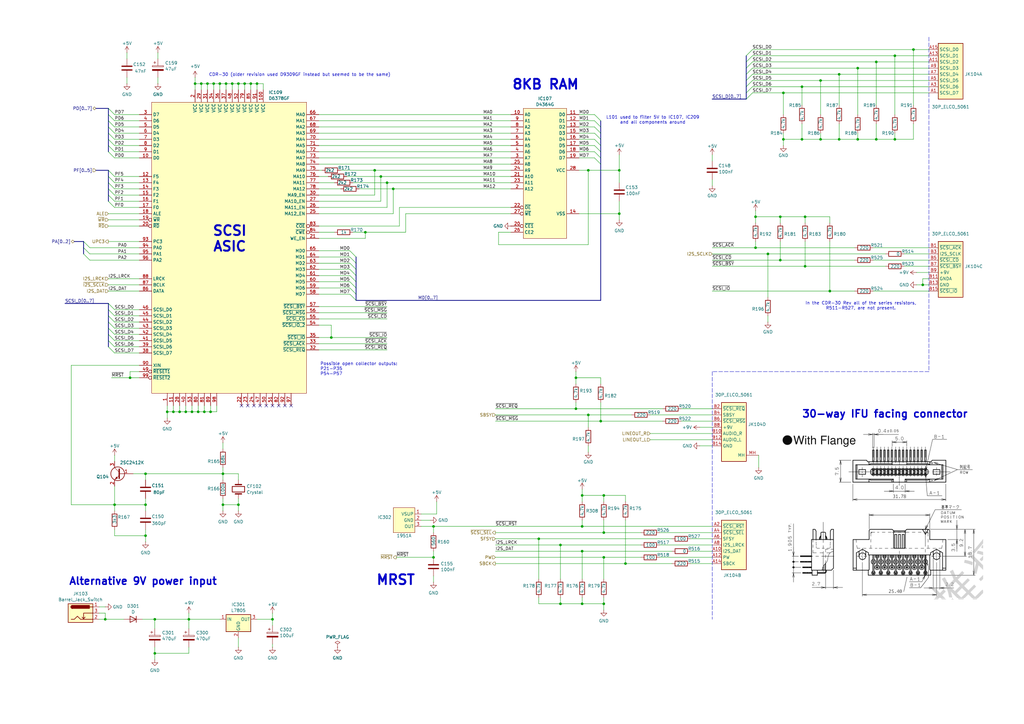
<source format=kicad_sch>
(kicad_sch (version 20231120) (generator "eeschema") (generator_version "8.0")
  (paper "A3")
  (title_block (title "PC-Engine CDR-30A (CD-ROM2) MAIN PWR Reproduction") (date "2025-02-26") (rev "0.1") (company "Author: Regis Galland"))
  (junction (at 314.96 104.14))
  (junction (at 321.31 57.15))
  (junction (at 330.2 88.9))
  (junction (at 161.29 77.47))
  (junction (at 80.01 34.29))
  (junction (at 320.04 106.68))
  (junction (at 59.69 219.71))
  (junction (at 105.41 34.29))
  (junction (at 378.46 116.84))
  (junction (at 246.38 172.72))
  (junction (at 330.2 109.22))
  (junction (at 247.65 228.6))
  (junction (at 68.58 168.91))
  (junction (at 91.44 194.31))
  (junction (at 83.82 168.91))
  (junction (at 340.36 119.38))
  (junction (at 238.76 203.2))
  (junction (at 254 69.85))
  (junction (at 43.18 254))
  (junction (at 97.79 34.29))
  (junction (at 367.03 57.15))
  (junction (at 177.8 228.6))
  (junction (at 309.88 101.6))
  (junction (at 351.79 57.15))
  (junction (at 156.21 72.39))
  (junction (at 247.65 203.2))
  (junction (at 63.5 254))
  (junction (at 321.31 38.1))
  (junction (at 90.17 34.29))
  (junction (at 247.65 247.65))
  (junction (at 254 87.63))
  (junction (at 374.65 20.32))
  (junction (at 77.47 254))
  (junction (at 238.76 226.06))
  (junction (at 91.44 207.01))
  (junction (at 86.36 168.91))
  (junction (at 238.76 247.65))
  (junction (at 95.25 34.29))
  (junction (at 87.63 34.29))
  (junction (at 320.04 88.9))
  (junction (at 220.98 220.98))
  (junction (at 73.66 168.91))
  (junction (at 359.41 57.15))
  (junction (at 158.75 74.93))
  (junction (at 229.87 223.52))
  (junction (at 82.55 34.29))
  (junction (at 153.67 69.85))
  (junction (at 351.79 27.94))
  (junction (at 135.89 138.43))
  (junction (at 309.88 88.9))
  (junction (at 336.55 33.02))
  (junction (at 238.76 215.9))
  (junction (at 236.22 167.64))
  (junction (at 328.93 35.56))
  (junction (at 78.74 168.91))
  (junction (at 59.69 207.01))
  (junction (at 367.03 22.86))
  (junction (at 236.22 154.94))
  (junction (at 336.55 57.15))
  (junction (at 76.2 168.91))
  (junction (at 344.17 57.15))
  (junction (at 247.65 218.44))
  (junction (at 71.12 168.91))
  (junction (at 241.3 69.85))
  (junction (at 241.3 170.18))
  (junction (at 100.33 34.29))
  (junction (at 63.5 267.97))
  (junction (at 328.93 57.15))
  (junction (at 59.69 194.31))
  (junction (at 46.99 207.01))
  (junction (at 359.41 25.4))
  (junction (at 81.28 168.91))
  (junction (at 92.71 34.29))
  (junction (at 97.79 207.01))
  (junction (at 53.34 154.94))
  (junction (at 344.17 30.48))
  (junction (at 111.76 254))
  (junction (at 102.87 34.29))
  (junction (at 85.09 34.29))
  (junction (at 177.8 215.9))
  (junction (at 149.86 95.25))
  (junction (at 229.87 247.65))
  (junction (at 256.54 231.14))
  (no_connect (at 109.22 166.37))
  (no_connect (at 104.14 166.37))
  (no_connect (at 116.84 166.37))
  (no_connect (at 106.68 166.37))
  (no_connect (at 101.6 166.37))
  (no_connect (at 119.38 166.37))
  (no_connect (at 99.06 166.37))
  (no_connect (at 114.3 166.37))
  (no_connect (at 111.76 166.37))
  (bus_entry (at 44.45 57.15) (size 2.54 2.54))
  (bus_entry (at 306.07 22.86) (size 2.54 -2.54))
  (bus_entry (at 44.45 59.69) (size 2.54 2.54))
  (bus_entry (at 34.29 104.14) (size 2.54 2.54))
  (bus_entry (at 46.99 74.93) (size -2.54 -2.54))
  (bus_entry (at 243.84 46.99) (size 2.54 2.54))
  (bus_entry (at 44.45 139.7) (size 2.54 2.54))
  (bus_entry (at 243.84 49.53) (size 2.54 2.54))
  (bus_entry (at 46.99 85.09) (size -2.54 -2.54))
  (bus_entry (at 44.45 44.45) (size 2.54 2.54))
  (bus_entry (at 306.07 25.4) (size 2.54 -2.54))
  (bus_entry (at 143.51 118.11) (size 2.54 2.54))
  (bus_entry (at 143.51 102.87) (size 2.54 2.54))
  (bus_entry (at 306.07 33.02) (size 2.54 -2.54))
  (bus_entry (at 243.84 54.61) (size 2.54 2.54))
  (bus_entry (at 34.29 101.6) (size 2.54 2.54))
  (bus_entry (at 46.99 77.47) (size -2.54 -2.54))
  (bus_entry (at 44.45 52.07) (size 2.54 2.54))
  (bus_entry (at 46.99 80.01) (size -2.54 -2.54))
  (bus_entry (at 306.07 35.56) (size 2.54 -2.54))
  (bus_entry (at 44.45 124.46) (size 2.54 2.54))
  (bus_entry (at 44.45 62.23) (size 2.54 2.54))
  (bus_entry (at 243.84 52.07) (size 2.54 2.54))
  (bus_entry (at 44.45 46.99) (size 2.54 2.54))
  (bus_entry (at 143.51 113.03) (size 2.54 2.54))
  (bus_entry (at 143.51 110.49) (size 2.54 2.54))
  (bus_entry (at 44.45 134.62) (size 2.54 2.54))
  (bus_entry (at 44.45 132.08) (size 2.54 2.54))
  (bus_entry (at 46.99 82.55) (size -2.54 -2.54))
  (bus_entry (at 243.84 57.15) (size 2.54 2.54))
  (bus_entry (at 143.51 120.65) (size 2.54 2.54))
  (bus_entry (at 306.07 30.48) (size 2.54 -2.54))
  (bus_entry (at 143.51 105.41) (size 2.54 2.54))
  (bus_entry (at 143.51 115.57) (size 2.54 2.54))
  (bus_entry (at 44.45 49.53) (size 2.54 2.54))
  (bus_entry (at 44.45 129.54) (size 2.54 2.54))
  (bus_entry (at 243.84 59.69) (size 2.54 2.54))
  (bus_entry (at 306.07 40.64) (size 2.54 -2.54))
  (bus_entry (at 306.07 38.1) (size 2.54 -2.54))
  (bus_entry (at 44.45 137.16) (size 2.54 2.54))
  (bus_entry (at 44.45 127) (size 2.54 2.54))
  (bus_entry (at 46.99 72.39) (size -2.54 -2.54))
  (bus_entry (at 34.29 99.06) (size 2.54 2.54))
  (bus_entry (at 44.45 54.61) (size 2.54 2.54))
  (bus_entry (at 243.84 62.23) (size 2.54 2.54))
  (bus_entry (at 143.51 107.95) (size 2.54 2.54))
  (bus_entry (at 243.84 64.77) (size 2.54 2.54))
  (bus_entry (at 306.07 27.94) (size 2.54 -2.54))
  (bus_entry (at 44.45 142.24) (size 2.54 2.54))
  (wire (pts (xy 238.76 203.2) (xy 247.65 203.2)))
  (wire (pts (xy 328.93 35.56) (xy 328.93 43.18)))
  (wire (pts (xy 179.07 205.74) (xy 179.07 210.82)))
  (wire (pts (xy 243.84 52.07) (xy 237.49 52.07)))
  (wire (pts (xy 68.58 168.91) (xy 71.12 168.91)))
  (wire (pts (xy 241.3 170.18) (xy 259.08 170.18)))
  (wire (pts (xy 236.22 154.94) (xy 236.22 152.4)))
  (wire (pts (xy 68.58 171.45) (xy 68.58 168.91)))
  (wire (pts (xy 97.79 204.47) (xy 97.79 207.01)))
  (wire (pts (xy 156.21 72.39) (xy 209.55 72.39)))
  (wire (pts (xy 97.79 209.55) (xy 97.79 207.01)))
  (wire (pts (xy 163.83 85.09) (xy 209.55 85.09)))
  (wire (pts (xy 367.03 57.15) (xy 359.41 57.15)))
  (wire (pts (xy 88.9 168.91) (xy 86.36 168.91)))
  (wire (pts (xy 85.09 36.83) (xy 85.09 34.29)))
  (bus (pts (xy 44.45 74.93) (xy 44.45 77.47)))
  (wire (pts (xy 57.15 152.4) (xy 53.34 152.4)))
  (wire (pts (xy 83.82 166.37) (xy 83.82 168.91)))
  (wire (pts (xy 203.2 223.52) (xy 229.87 223.52)))
  (wire (pts (xy 130.81 69.85) (xy 132.08 69.85)))
  (wire (pts (xy 381 33.02) (xy 336.55 33.02)))
  (wire (pts (xy 52.07 31.75) (xy 52.07 34.29)))
  (wire (pts (xy 90.17 254) (xy 77.47 254)))
  (wire (pts (xy 46.99 52.07) (xy 57.15 52.07)))
  (bus (pts (xy 44.45 57.15) (xy 44.45 59.69)))
  (wire (pts (xy 87.63 36.83) (xy 87.63 34.29)))
  (wire (pts (xy 29.21 207.01) (xy 29.21 149.86)))
  (wire (pts (xy 243.84 46.99) (xy 237.49 46.99)))
  (wire (pts (xy 95.25 36.83) (xy 95.25 34.29)))
  (wire (pts (xy 85.09 34.29) (xy 82.55 34.29)))
  (wire (pts (xy 203.2 226.06) (xy 238.76 226.06)))
  (wire (pts (xy 292.1 76.2) (xy 292.1 73.66)))
  (wire (pts (xy 92.71 36.83) (xy 92.71 34.29)))
  (wire (pts (xy 320.04 88.9) (xy 320.04 91.44)))
  (wire (pts (xy 130.81 87.63) (xy 161.29 87.63)))
  (wire (pts (xy 59.69 219.71) (xy 59.69 222.25)))
  (wire (pts (xy 374.65 50.8) (xy 374.65 57.15)))
  (wire (pts (xy 77.47 254) (xy 77.47 251.46)))
  (wire (pts (xy 254 69.85) (xy 241.3 69.85)))
  (wire (pts (xy 40.64 251.46) (xy 43.18 251.46)))
  (wire (pts (xy 46.99 82.55) (xy 57.15 82.55)))
  (bus (pts (xy 34.29 101.6) (xy 34.29 99.06)))
  (wire (pts (xy 262.89 223.52) (xy 229.87 223.52)))
  (wire (pts (xy 130.81 113.03) (xy 143.51 113.03)))
  (wire (pts (xy 130.81 110.49) (xy 143.51 110.49)))
  (wire (pts (xy 130.81 72.39) (xy 134.62 72.39)))
  (wire (pts (xy 247.65 203.2) (xy 256.54 203.2)))
  (wire (pts (xy 46.99 57.15) (xy 57.15 57.15)))
  (wire (pts (xy 292.1 101.6) (xy 309.88 101.6)))
  (wire (pts (xy 203.2 172.72) (xy 246.38 172.72)))
  (wire (pts (xy 254 90.17) (xy 254 87.63)))
  (wire (pts (xy 247.65 247.65) (xy 247.65 250.19)))
  (wire (pts (xy 130.81 64.77) (xy 209.55 64.77)))
  (wire (pts (xy 130.81 118.11) (xy 143.51 118.11)))
  (wire (pts (xy 130.81 57.15) (xy 209.55 57.15)))
  (wire (pts (xy 107.95 34.29) (xy 105.41 34.29)))
  (bus (pts (xy 44.45 137.16) (xy 44.45 139.7)))
  (wire (pts (xy 130.81 67.31) (xy 209.55 67.31)))
  (wire (pts (xy 321.31 38.1) (xy 321.31 46.99)))
  (wire (pts (xy 77.47 254) (xy 77.47 257.81)))
  (bus (pts (xy 246.38 54.61) (xy 246.38 57.15)))
  (wire (pts (xy 344.17 30.48) (xy 344.17 43.18)))
  (bus (pts (xy 44.45 127) (xy 44.45 129.54)))
  (wire (pts (xy 374.65 20.32) (xy 374.65 43.18)))
  (wire (pts (xy 88.9 166.37) (xy 88.9 168.91)))
  (wire (pts (xy 243.84 62.23) (xy 237.49 62.23)))
  (bus (pts (xy 146.05 110.49) (xy 146.05 113.03)))
  (wire (pts (xy 358.14 119.38) (xy 381 119.38)))
  (wire (pts (xy 158.75 74.93) (xy 209.55 74.93)))
  (wire (pts (xy 314.96 104.14) (xy 314.96 121.92)))
  (wire (pts (xy 247.65 237.49) (xy 247.65 228.6)))
  (wire (pts (xy 367.03 54.61) (xy 367.03 57.15)))
  (wire (pts (xy 243.84 64.77) (xy 237.49 64.77)))
  (bus (pts (xy 44.45 49.53) (xy 44.45 52.07)))
  (wire (pts (xy 46.99 144.78) (xy 57.15 144.78)))
  (wire (pts (xy 378.46 114.3) (xy 378.46 116.84)))
  (wire (pts (xy 246.38 165.1) (xy 246.38 172.72)))
  (wire (pts (xy 45.72 154.94) (xy 53.34 154.94)))
  (wire (pts (xy 63.5 254) (xy 77.47 254)))
  (wire (pts (xy 82.55 36.83) (xy 82.55 34.29)))
  (wire (pts (xy 100.33 34.29) (xy 102.87 34.29)))
  (wire (pts (xy 367.03 22.86) (xy 308.61 22.86)))
  (bus (pts (xy 44.45 80.01) (xy 44.45 77.47)))
  (wire (pts (xy 309.88 88.9) (xy 320.04 88.9)))
  (wire (pts (xy 266.7 170.18) (xy 292.1 170.18)))
  (wire (pts (xy 161.29 87.63) (xy 161.29 77.47)))
  (wire (pts (xy 130.81 62.23) (xy 209.55 62.23)))
  (wire (pts (xy 203.2 220.98) (xy 220.98 220.98)))
  (wire (pts (xy 97.79 34.29) (xy 95.25 34.29)))
  (wire (pts (xy 105.41 254) (xy 111.76 254)))
  (wire (pts (xy 266.7 180.34) (xy 292.1 180.34)))
  (wire (pts (xy 130.81 143.51) (xy 158.75 143.51)))
  (wire (pts (xy 130.81 105.41) (xy 143.51 105.41)))
  (wire (pts (xy 172.72 210.82) (xy 179.07 210.82)))
  (bus (pts (xy 146.05 115.57) (xy 146.05 118.11)))
  (wire (pts (xy 351.79 57.15) (xy 344.17 57.15)))
  (wire (pts (xy 336.55 57.15) (xy 328.93 57.15)))
  (wire (pts (xy 100.33 36.83) (xy 100.33 34.29)))
  (wire (pts (xy 308.61 27.94) (xy 351.79 27.94)))
  (wire (pts (xy 63.5 257.81) (xy 63.5 254)))
  (bus (pts (xy 246.38 57.15) (xy 246.38 59.69)))
  (wire (pts (xy 44.45 87.63) (xy 57.15 87.63)))
  (wire (pts (xy 275.59 226.06) (xy 238.76 226.06)))
  (wire (pts (xy 46.99 219.71) (xy 59.69 219.71)))
  (wire (pts (xy 149.86 97.79) (xy 149.86 95.25)))
  (wire (pts (xy 375.92 111.76) (xy 381 111.76)))
  (bus (pts (xy 146.05 105.41) (xy 146.05 107.95)))
  (wire (pts (xy 86.36 166.37) (xy 86.36 168.91)))
  (wire (pts (xy 203.2 170.18) (xy 241.3 170.18)))
  (wire (pts (xy 59.69 204.47) (xy 59.69 207.01)))
  (wire (pts (xy 243.84 59.69) (xy 237.49 59.69)))
  (wire (pts (xy 359.41 25.4) (xy 359.41 43.18)))
  (wire (pts (xy 83.82 168.91) (xy 86.36 168.91)))
  (wire (pts (xy 105.41 36.83) (xy 105.41 34.29)))
  (wire (pts (xy 130.81 80.01) (xy 153.67 80.01)))
  (wire (pts (xy 46.99 49.53) (xy 57.15 49.53)))
  (wire (pts (xy 340.36 119.38) (xy 350.52 119.38)))
  (wire (pts (xy 177.8 226.06) (xy 177.8 228.6)))
  (bus (pts (xy 30.48 99.06) (xy 34.29 99.06)))
  (wire (pts (xy 256.54 213.36) (xy 256.54 231.14)))
  (wire (pts (xy 59.69 194.31) (xy 59.69 196.85)))
  (wire (pts (xy 87.63 34.29) (xy 85.09 34.29)))
  (bus (pts (xy 44.45 69.85) (xy 44.45 72.39)))
  (wire (pts (xy 236.22 154.94) (xy 246.38 154.94)))
  (wire (pts (xy 107.95 36.83) (xy 107.95 34.29)))
  (wire (pts (xy 381 30.48) (xy 344.17 30.48)))
  (wire (pts (xy 320.04 99.06) (xy 320.04 106.68)))
  (wire (pts (xy 161.29 77.47) (xy 209.55 77.47)))
  (wire (pts (xy 229.87 237.49) (xy 229.87 223.52)))
  (polyline (pts (xy 381 15.24) (xy 381 152.4)) (stroke (width 0) (type dash)))
  (wire (pts (xy 238.76 213.36) (xy 238.76 215.9)))
  (wire (pts (xy 308.61 35.56) (xy 328.93 35.56)))
  (wire (pts (xy 63.5 254) (xy 58.42 254)))
  (wire (pts (xy 359.41 57.15) (xy 351.79 57.15)))
  (bus (pts (xy 26.67 124.46) (xy 44.45 124.46)))
  (wire (pts (xy 44.45 114.3) (xy 57.15 114.3)))
  (wire (pts (xy 176.53 213.36) (xy 172.72 213.36)))
  (wire (pts (xy 166.37 87.63) (xy 209.55 87.63)))
  (wire (pts (xy 130.81 133.35) (xy 135.89 133.35)))
  (wire (pts (xy 246.38 172.72) (xy 271.78 172.72)))
  (bus (pts (xy 146.05 113.03) (xy 146.05 115.57)))
  (wire (pts (xy 330.2 88.9) (xy 330.2 91.44)))
  (wire (pts (xy 209.55 95.25) (xy 204.47 95.25)))
  (wire (pts (xy 130.81 115.57) (xy 143.51 115.57)))
  (bus (pts (xy 44.45 54.61) (xy 44.45 57.15)))
  (wire (pts (xy 80.01 34.29) (xy 80.01 36.83)))
  (wire (pts (xy 378.46 116.84) (xy 381 116.84)))
  (wire (pts (xy 241.3 100.33) (xy 241.3 69.85)))
  (wire (pts (xy 78.74 166.37) (xy 78.74 168.91)))
  (wire (pts (xy 262.89 228.6) (xy 247.65 228.6)))
  (wire (pts (xy 340.36 99.06) (xy 340.36 119.38)))
  (wire (pts (xy 142.24 72.39) (xy 156.21 72.39)))
  (wire (pts (xy 309.88 101.6) (xy 350.52 101.6)))
  (wire (pts (xy 95.25 34.29) (xy 92.71 34.29)))
  (wire (pts (xy 203.2 231.14) (xy 256.54 231.14)))
  (wire (pts (xy 287.02 175.26) (xy 292.1 175.26)))
  (wire (pts (xy 130.81 77.47) (xy 139.7 77.47)))
  (wire (pts (xy 36.83 106.68) (xy 57.15 106.68)))
  (wire (pts (xy 311.15 191.77) (xy 311.15 186.69)))
  (wire (pts (xy 320.04 106.68) (xy 350.52 106.68)))
  (wire (pts (xy 57.15 154.94) (xy 53.34 154.94)))
  (wire (pts (xy 336.55 33.02) (xy 336.55 46.99)))
  (wire (pts (xy 90.17 34.29) (xy 87.63 34.29)))
  (wire (pts (xy 254 69.85) (xy 254 63.5)))
  (bus (pts (xy 146.05 118.11) (xy 146.05 120.65)))
  (bus (pts (xy 44.45 44.45) (xy 44.45 46.99)))
  (wire (pts (xy 177.8 215.9) (xy 238.76 215.9)))
  (wire (pts (xy 92.71 34.29) (xy 90.17 34.29)))
  (bus (pts (xy 306.07 35.56) (xy 306.07 33.02)))
  (wire (pts (xy 139.7 69.85) (xy 153.67 69.85)))
  (wire (pts (xy 46.99 132.08) (xy 57.15 132.08)))
  (wire (pts (xy 292.1 220.98) (xy 283.21 220.98)))
  (wire (pts (xy 309.88 99.06) (xy 309.88 101.6)))
  (wire (pts (xy 256.54 231.14) (xy 275.59 231.14)))
  (wire (pts (xy 374.65 20.32) (xy 308.61 20.32)))
  (wire (pts (xy 63.5 265.43) (xy 63.5 267.97)))
  (wire (pts (xy 46.99 207.01) (xy 59.69 207.01)))
  (wire (pts (xy 378.46 114.3) (xy 381 114.3)))
  (wire (pts (xy 44.45 99.06) (xy 57.15 99.06)))
  (wire (pts (xy 370.84 104.14) (xy 381 104.14)))
  (wire (pts (xy 44.45 92.71) (xy 57.15 92.71)))
  (wire (pts (xy 130.81 74.93) (xy 137.16 74.93)))
  (wire (pts (xy 292.1 223.52) (xy 270.51 223.52)))
  (wire (pts (xy 46.99 85.09) (xy 57.15 85.09)))
  (bus (pts (xy 146.05 120.65) (xy 146.05 123.19)))
  (wire (pts (xy 130.81 97.79) (xy 149.86 97.79)))
  (wire (pts (xy 81.28 168.91) (xy 83.82 168.91)))
  (wire (pts (xy 46.99 64.77) (xy 57.15 64.77)))
  (bus (pts (xy 44.45 129.54) (xy 44.45 132.08)))
  (wire (pts (xy 130.81 95.25) (xy 137.16 95.25)))
  (wire (pts (xy 344.17 50.8) (xy 344.17 57.15)))
  (wire (pts (xy 162.56 228.6) (xy 177.8 228.6)))
  (wire (pts (xy 156.21 72.39) (xy 156.21 82.55)))
  (wire (pts (xy 351.79 54.61) (xy 351.79 57.15)))
  (bus (pts (xy 246.38 64.77) (xy 246.38 67.31)))
  (wire (pts (xy 330.2 99.06) (xy 330.2 109.22)))
  (wire (pts (xy 91.44 191.77) (xy 91.44 194.31)))
  (wire (pts (xy 97.79 265.43) (xy 97.79 261.62)))
  (wire (pts (xy 82.55 34.29) (xy 80.01 34.29)))
  (wire (pts (xy 130.81 85.09) (xy 158.75 85.09)))
  (wire (pts (xy 220.98 237.49) (xy 220.98 220.98)))
  (bus (pts (xy 39.37 44.45) (xy 44.45 44.45)))
  (wire (pts (xy 78.74 168.91) (xy 81.28 168.91)))
  (wire (pts (xy 130.81 52.07) (xy 209.55 52.07)))
  (wire (pts (xy 229.87 245.11) (xy 229.87 247.65)))
  (wire (pts (xy 46.99 209.55) (xy 46.99 207.01)))
  (wire (pts (xy 81.28 166.37) (xy 81.28 168.91)))
  (bus (pts (xy 306.07 27.94) (xy 306.07 25.4)))
  (wire (pts (xy 76.2 168.91) (xy 78.74 168.91)))
  (wire (pts (xy 97.79 36.83) (xy 97.79 34.29)))
  (wire (pts (xy 46.99 129.54) (xy 57.15 129.54)))
  (wire (pts (xy 320.04 88.9) (xy 330.2 88.9)))
  (wire (pts (xy 71.12 166.37) (xy 71.12 168.91)))
  (wire (pts (xy 130.81 102.87) (xy 143.51 102.87)))
  (wire (pts (xy 111.76 254) (xy 111.76 256.54)))
  (bus (pts (xy 146.05 123.19) (xy 246.38 123.19)))
  (bus (pts (xy 146.05 107.95) (xy 146.05 110.49)))
  (wire (pts (xy 292.1 218.44) (xy 270.51 218.44)))
  (wire (pts (xy 247.65 213.36) (xy 247.65 218.44)))
  (wire (pts (xy 46.99 139.7) (xy 57.15 139.7)))
  (wire (pts (xy 238.76 203.2) (xy 238.76 205.74)))
  (wire (pts (xy 91.44 209.55) (xy 91.44 207.01)))
  (wire (pts (xy 90.17 36.83) (xy 90.17 34.29)))
  (bus (pts (xy 39.37 69.85) (xy 44.45 69.85)))
  (wire (pts (xy 292.1 228.6) (xy 270.51 228.6)))
  (wire (pts (xy 91.44 181.61) (xy 91.44 184.15)))
  (wire (pts (xy 367.03 22.86) (xy 367.03 46.99)))
  (wire (pts (xy 246.38 154.94) (xy 246.38 157.48)))
  (wire (pts (xy 44.45 116.84) (xy 57.15 116.84)))
  (wire (pts (xy 77.47 265.43) (xy 77.47 267.97)))
  (wire (pts (xy 254 82.55) (xy 254 87.63)))
  (wire (pts (xy 53.34 154.94) (xy 53.34 152.4)))
  (bus (pts (xy 306.07 40.64) (xy 292.1 40.64)))
  (wire (pts (xy 177.8 215.9) (xy 177.8 218.44)))
  (wire (pts (xy 243.84 49.53) (xy 237.49 49.53)))
  (wire (pts (xy 247.65 247.65) (xy 238.76 247.65)))
  (wire (pts (xy 279.4 172.72) (xy 292.1 172.72)))
  (wire (pts (xy 241.3 175.26) (xy 241.3 170.18)))
  (wire (pts (xy 130.81 92.71) (xy 163.83 92.71)))
  (wire (pts (xy 340.36 88.9) (xy 330.2 88.9)))
  (bus (pts (xy 44.45 134.62) (xy 44.45 137.16)))
  (wire (pts (xy 153.67 69.85) (xy 209.55 69.85)))
  (bus (pts (xy 246.38 62.23) (xy 246.38 64.77)))
  (bus (pts (xy 44.45 59.69) (xy 44.45 62.23)))
  (wire (pts (xy 77.47 267.97) (xy 63.5 267.97)))
  (wire (pts (xy 381 22.86) (xy 367.03 22.86)))
  (bus (pts (xy 306.07 25.4) (xy 306.07 22.86)))
  (wire (pts (xy 63.5 267.97) (xy 63.5 270.51)))
  (wire (pts (xy 43.18 254) (xy 50.8 254)))
  (bus (pts (xy 44.45 52.07) (xy 44.45 54.61)))
  (wire (pts (xy 59.69 207.01) (xy 59.69 209.55)))
  (wire (pts (xy 256.54 203.2) (xy 256.54 205.74)))
  (wire (pts (xy 59.69 219.71) (xy 59.69 217.17)))
  (wire (pts (xy 73.66 168.91) (xy 76.2 168.91)))
  (wire (pts (xy 309.88 88.9) (xy 309.88 86.36)))
  (wire (pts (xy 241.3 185.42) (xy 241.3 182.88)))
  (wire (pts (xy 308.61 30.48) (xy 344.17 30.48)))
  (wire (pts (xy 158.75 85.09) (xy 158.75 74.93)))
  (wire (pts (xy 91.44 196.85) (xy 91.44 194.31)))
  (wire (pts (xy 163.83 85.09) (xy 163.83 92.71)))
  (wire (pts (xy 91.44 194.31) (xy 97.79 194.31)))
  (wire (pts (xy 330.2 109.22) (xy 363.22 109.22)))
  (wire (pts (xy 153.67 69.85) (xy 153.67 80.01)))
  (wire (pts (xy 374.65 57.15) (xy 367.03 57.15)))
  (wire (pts (xy 254 87.63) (xy 237.49 87.63)))
  (wire (pts (xy 344.17 57.15) (xy 336.55 57.15)))
  (wire (pts (xy 340.36 91.44) (xy 340.36 88.9)))
  (wire (pts (xy 46.99 54.61) (xy 57.15 54.61)))
  (wire (pts (xy 97.79 207.01) (xy 91.44 207.01)))
  (bus (pts (xy 44.45 74.93) (xy 44.45 72.39)))
  (wire (pts (xy 130.81 59.69) (xy 209.55 59.69)))
  (wire (pts (xy 102.87 36.83) (xy 102.87 34.29)))
  (wire (pts (xy 243.84 54.61) (xy 237.49 54.61)))
  (wire (pts (xy 381 35.56) (xy 328.93 35.56)))
  (wire (pts (xy 52.07 21.59) (xy 52.07 24.13)))
  (wire (pts (xy 243.84 57.15) (xy 237.49 57.15)))
  (wire (pts (xy 292.1 119.38) (xy 340.36 119.38)))
  (wire (pts (xy 111.76 264.16) (xy 111.76 265.43)))
  (wire (pts (xy 46.99 80.01) (xy 57.15 80.01)))
  (wire (pts (xy 375.92 116.84) (xy 378.46 116.84)))
  (wire (pts (xy 172.72 215.9) (xy 177.8 215.9)))
  (bus (pts (xy 44.45 139.7) (xy 44.45 142.24)))
  (bus (pts (xy 44.45 82.55) (xy 44.45 80.01)))
  (wire (pts (xy 287.02 182.88) (xy 292.1 182.88)))
  (bus (pts (xy 44.45 132.08) (xy 44.45 134.62)))
  (polyline (pts (xy 381 152.4) (xy 292.1 152.4)) (stroke (width 0) (type dash)))
  (wire (pts (xy 46.99 127) (xy 57.15 127)))
  (wire (pts (xy 292.1 106.68) (xy 320.04 106.68)))
  (wire (pts (xy 254 69.85) (xy 254 74.93)))
  (wire (pts (xy 68.58 166.37) (xy 68.58 168.91)))
  (wire (pts (xy 292.1 226.06) (xy 283.21 226.06)))
  (wire (pts (xy 236.22 167.64) (xy 236.22 165.1)))
  (bus (pts (xy 246.38 67.31) (xy 246.38 123.19)))
  (wire (pts (xy 71.12 168.91) (xy 73.66 168.91)))
  (wire (pts (xy 292.1 109.22) (xy 330.2 109.22)))
  (bus (pts (xy 34.29 104.14) (xy 34.29 101.6)))
  (wire (pts (xy 236.22 167.64) (xy 271.78 167.64)))
  (wire (pts (xy 204.47 95.25) (xy 204.47 100.33)))
  (bus (pts (xy 306.07 33.02) (xy 306.07 30.48)))
  (wire (pts (xy 46.99 46.99) (xy 57.15 46.99)))
  (wire (pts (xy 321.31 54.61) (xy 321.31 57.15)))
  (wire (pts (xy 44.45 90.17) (xy 57.15 90.17)))
  (wire (pts (xy 203.2 228.6) (xy 247.65 228.6)))
  (wire (pts (xy 29.21 149.86) (xy 57.15 149.86)))
  (wire (pts (xy 64.77 31.75) (xy 64.77 34.29)))
  (wire (pts (xy 236.22 154.94) (xy 236.22 157.48)))
  (wire (pts (xy 46.99 186.69) (xy 46.99 189.23)))
  (wire (pts (xy 309.88 88.9) (xy 309.88 91.44)))
  (wire (pts (xy 135.89 138.43) (xy 158.75 138.43)))
  (bus (pts (xy 306.07 30.48) (xy 306.07 27.94)))
  (wire (pts (xy 144.78 95.25) (xy 149.86 95.25)))
  (wire (pts (xy 46.99 59.69) (xy 57.15 59.69)))
  (wire (pts (xy 102.87 34.29) (xy 105.41 34.29)))
  (wire (pts (xy 266.7 177.8) (xy 292.1 177.8)))
  (wire (pts (xy 238.76 247.65) (xy 229.87 247.65)))
  (wire (pts (xy 46.99 142.24) (xy 57.15 142.24)))
  (wire (pts (xy 279.4 167.64) (xy 292.1 167.64)))
  (wire (pts (xy 381 20.32) (xy 374.65 20.32)))
  (wire (pts (xy 80.01 31.75) (xy 80.01 34.29)))
  (wire (pts (xy 292.1 104.14) (xy 314.96 104.14)))
  (wire (pts (xy 130.81 54.61) (xy 209.55 54.61)))
  (wire (pts (xy 40.64 254) (xy 43.18 254)))
  (wire (pts (xy 238.76 237.49) (xy 238.76 226.06)))
  (wire (pts (xy 203.2 218.44) (xy 247.65 218.44)))
  (wire (pts (xy 247.65 247.65) (xy 247.65 245.11)))
  (wire (pts (xy 328.93 50.8) (xy 328.93 57.15)))
  (wire (pts (xy 381 25.4) (xy 359.41 25.4)))
  (wire (pts (xy 54.61 194.31) (xy 59.69 194.31)))
  (wire (pts (xy 46.99 72.39) (xy 57.15 72.39)))
  (wire (pts (xy 149.86 95.25) (xy 166.37 95.25)))
  (bus (pts (xy 44.45 124.46) (xy 44.45 127)))
  (wire (pts (xy 381 27.94) (xy 351.79 27.94)))
  (wire (pts (xy 46.99 207.01) (xy 29.21 207.01)))
  (wire (pts (xy 321.31 57.15) (xy 321.31 59.69)))
  (wire (pts (xy 292.1 63.5) (xy 292.1 66.04)))
  (wire (pts (xy 177.8 236.22) (xy 177.8 238.76)))
  (wire (pts (xy 46.99 217.17) (xy 46.99 219.71)))
  (wire (pts (xy 262.89 218.44) (xy 247.65 218.44)))
  (wire (pts (xy 358.14 106.68) (xy 381 106.68)))
  (wire (pts (xy 204.47 100.33) (xy 241.3 100.33)))
  (wire (pts (xy 359.41 50.8) (xy 359.41 57.15)))
  (wire (pts (xy 46.99 74.93) (xy 57.15 74.93)))
  (wire (pts (xy 130.81 140.97) (xy 158.75 140.97)))
  (wire (pts (xy 130.81 82.55) (xy 156.21 82.55)))
  (bus (pts (xy 246.38 59.69) (xy 246.38 62.23)))
  (wire (pts (xy 46.99 134.62) (xy 57.15 134.62)))
  (wire (pts (xy 229.87 247.65) (xy 220.98 247.65)))
  (wire (pts (xy 336.55 54.61) (xy 336.55 57.15)))
  (wire (pts (xy 59.69 194.31) (xy 91.44 194.31)))
  (bus (pts (xy 246.38 49.53) (xy 246.38 52.07)))
  (wire (pts (xy 76.2 166.37) (xy 76.2 168.91)))
  (wire (pts (xy 111.76 251.46) (xy 111.76 254)))
  (bus (pts (xy 306.07 40.64) (xy 306.07 38.1)))
  (wire (pts (xy 100.33 34.29) (xy 97.79 34.29)))
  (wire (pts (xy 130.81 49.53) (xy 209.55 49.53)))
  (wire (pts (xy 308.61 33.02) (xy 336.55 33.02)))
  (wire (pts (xy 130.81 46.99) (xy 209.55 46.99)))
  (wire (pts (xy 91.44 204.47) (xy 91.44 207.01)))
  (wire (pts (xy 43.18 248.92) (xy 40.64 248.92)))
  (wire (pts (xy 203.2 167.64) (xy 236.22 167.64)))
  (wire (pts (xy 314.96 129.54) (xy 314.96 132.08)))
  (wire (pts (xy 351.79 27.94) (xy 351.79 46.99)))
  (wire (pts (xy 358.14 101.6) (xy 381 101.6)))
  (wire (pts (xy 241.3 69.85) (xy 237.49 69.85)))
  (wire (pts (xy 292.1 231.14) (xy 283.21 231.14)))
  (wire (pts (xy 308.61 38.1) (xy 321.31 38.1)))
  (wire (pts (xy 130.81 130.81) (xy 158.75 130.81)))
  (wire (pts (xy 321.31 38.1) (xy 381 38.1)))
  (wire (pts (xy 36.83 104.14) (xy 57.15 104.14)))
  (wire (pts (xy 64.77 21.59) (xy 64.77 24.13)))
  (wire (pts (xy 130.81 120.65) (xy 143.51 120.65)))
  (wire (pts (xy 46.99 62.23) (xy 57.15 62.23)))
  (wire (pts (xy 73.66 166.37) (xy 73.66 168.91)))
  (wire (pts (xy 275.59 220.98) (xy 220.98 220.98)))
  (wire (pts (xy 130.81 107.95) (xy 143.51 107.95)))
  (wire (pts (xy 43.18 251.46) (xy 43.18 254)))
  (wire (pts (xy 135.89 133.35) (xy 135.89 138.43)))
  (wire (pts (xy 97.79 194.31) (xy 97.79 196.85)))
  (wire (pts (xy 314.96 104.14) (xy 363.22 104.14)))
  (wire (pts (xy 130.81 138.43) (xy 135.89 138.43)))
  (wire (pts (xy 359.41 25.4) (xy 308.61 25.4)))
  (polyline (pts (xy 292.1 152.4) (xy 292.1 254)) (stroke (width 0) (type dash)))
  (wire (pts (xy 328.93 57.15) (xy 321.31 57.15)))
  (wire (pts (xy 44.45 119.38) (xy 57.15 119.38)))
  (wire (pts (xy 46.99 199.39) (xy 46.99 207.01)))
  (bus (pts (xy 306.07 38.1) (xy 306.07 35.56)))
  (bus (pts (xy 246.38 52.07) (xy 246.38 54.61)))
  (wire (pts (xy 46.99 137.16) (xy 57.15 137.16)))
  (wire (pts (xy 130.81 125.73) (xy 158.75 125.73)))
  (wire (pts (xy 238.76 200.66) (xy 238.76 203.2)))
  (bus (pts (xy 44.45 46.99) (xy 44.45 49.53)))
  (wire (pts (xy 220.98 247.65) (xy 220.98 245.11)))
  (wire (pts (xy 247.65 203.2) (xy 247.65 205.74)))
  (wire (pts (xy 370.84 109.22) (xy 381 109.22)))
  (wire (pts (xy 36.83 101.6) (xy 57.15 101.6)))
  (wire (pts (xy 238.76 247.65) (xy 238.76 245.11)))
  (wire (pts (xy 147.32 77.47) (xy 161.29 77.47)))
  (wire (pts (xy 292.1 215.9) (xy 238.76 215.9)))
  (wire (pts (xy 46.99 77.47) (xy 57.15 77.47)))
  (wire (pts (xy 130.81 128.27) (xy 158.75 128.27)))
  (wire (pts (xy 166.37 95.25) (xy 166.37 87.63)))
  (wire (pts (xy 144.78 74.93) (xy 158.75 74.93)))
  (image (at 361.696 210.058))
  (text "MRST" (at 162.306 237.998 0) (effects (font (size 4 4) (thickness 0.8) (bold yes))))
  (text "30-way IFU facing connector" (at 362.966 169.926 0) (effects (font (size 3 3) (thickness 0.6) (bold yes))))
  (text "L101 used to filter 5V to IC107, IC209\nand all components around" (at 267.716 49.276 0) (effects (font (size 1.27 1.27))))
  (text "8KB RAM" (at 223.774 34.798 0) (effects (font (size 4 4) (thickness 0.8) (bold yes))))
  (text "Possible open collector outputs:\nP21-P35\nP54-P57\n" (at 131.318 151.384 0) (effects (font (size 1.27 1.27)) (justify left)))
  (text "SCSI\nASIC" (at 94.234 98.044 0) (effects (font (size 4 4) (thickness 0.8) (bold yes))))
  (text "In the CDR-30 Rev all of the series resistors,\nR511-R527, are not present." (at 353.06 125.476 0) (effects (font (size 1.27 1.27))))
  (text "Alternative 9V power input" (at 58.674 240.284 0) (effects (font (size 3 3) (thickness 0.6) (bold yes)) (justify bottom)))
  (text "CDR-30 (older revision used D9309GF instead but seemed to be the same)" (at 122.936 30.734 0) (effects (font (size 1.27 1.27))))
  (label "MD2" (at 237.49 52.07 0))
  (label "SCSI_D1" (at 308.61 22.86 0))
  (label "MA10" (at 198.12 72.39 0))
  (label "PA1" (at 48.26 104.14 0))
  (label "SCSI_D6" (at 308.61 35.56 0))
  (label "MD[0..7]" (at 171.45 123.19 0))
  (label "MD1" (at 237.49 49.53 0))
  (label "I2S_DAT" (at 203.2 226.06 0))
  (label "MA9" (at 198.12 69.85 0))
  (label "~{SCSI_RST}" (at 203.2 215.9 0))
  (label "~{SCSI_CD}" (at 158.75 130.81 180))
  (label "PD3" (at 46.99 57.15 0))
  (label "PD6" (at 46.99 49.53 0))
  (label "~{MRST}" (at 162.56 228.6 0))
  (label "MD5" (at 237.49 59.69 0))
  (label "MA3" (at 198.12 54.61 0))
  (label "~{MRST}" (at 45.72 154.94 0))
  (label "~{SCSI_IO}" (at 158.75 138.43 180))
  (label "MA0" (at 198.12 46.99 0))
  (label "SCSI_D5" (at 46.99 139.7 0))
  (label "MD4" (at 143.51 113.03 180))
  (label "PD1" (at 46.99 62.23 0))
  (label "SCSI_D[0..7]" (at 26.67 124.46 0))
  (label "PD7" (at 46.99 46.99 0))
  (label "MA1" (at 198.12 49.53 0))
  (label "PD0" (at 46.99 64.77 0))
  (label "PF5" (at 46.99 72.39 0))
  (label "SCSI_D4" (at 46.99 137.16 0))
  (label "I2S_LRCK" (at 203.2 223.52 0))
  (label "~{SCSI_REQ}" (at 203.2 167.64 0))
  (label "SCSI_D3" (at 308.61 27.94 0))
  (label "MD0" (at 143.51 102.87 180))
  (label "SCSI_D[0..7]" (at 292.1 40.64 0))
  (label "MD0" (at 237.49 46.99 0))
  (label "PA2" (at 48.26 106.68 0))
  (label "SCSI_D7" (at 46.99 144.78 0))
  (label "SCSI_D4" (at 308.61 30.48 0))
  (label "MA7" (at 198.12 64.77 0))
  (label "MD5" (at 143.51 115.57 180))
  (label "~{SCSI_BSY}" (at 292.1 109.22 0))
  (label "PF1" (at 46.99 82.55 0))
  (label "PD5" (at 46.99 52.07 0))
  (label "PA0" (at 48.26 101.6 0))
  (label "SCSI_D3" (at 46.99 134.62 0))
  (label "~{SCSI_MSG}" (at 158.75 128.27 180))
  (label "SCSI_D0" (at 308.61 20.32 0))
  (label "~{SCSI_ACK}" (at 292.1 101.6 0))
  (label "MA8" (at 198.12 67.31 0))
  (label "MA6" (at 198.12 62.23 0))
  (label "I2S_LRCK" (at 44.45 114.3 0))
  (label "MA11" (at 198.12 74.93 0))
  (label "MD6" (at 143.51 118.11 180))
  (label "PD4" (at 46.99 54.61 0))
  (label "PF3" (at 46.99 77.47 0))
  (label "SCSI_D1" (at 46.99 129.54 0))
  (label "MD7" (at 237.49 64.77 0))
  (label "PF0" (at 46.99 85.09 0))
  (label "SCSI_D2" (at 308.61 25.4 0))
  (label "PD2" (at 46.99 59.69 0))
  (label "SCSI_D2" (at 46.99 132.08 0))
  (label "SCSI_D6" (at 46.99 142.24 0))
  (label "MD3" (at 143.51 110.49 180))
  (label "PF2" (at 46.99 80.01 0))
  (label "MD6" (at 237.49 62.23 0))
  (label "SCSI_D0" (at 46.99 127 0))
  (label "MD3" (at 237.49 54.61 0))
  (label "MA2" (at 198.12 52.07 0))
  (label "MD2" (at 143.51 107.95 180))
  (label "~{SCSI_IO}" (at 292.1 119.38 0))
  (label "MA4" (at 198.12 57.15 0))
  (label "~{SCSI_BSY}" (at 158.75 125.73 180))
  (label "MD4" (at 237.49 57.15 0))
  (label "~{SCSI_MSG}" (at 203.2 172.72 0))
  (label "MA12" (at 198.12 77.47 0))
  (label "I2S_DAT" (at 44.45 119.38 0))
  (label "PF4" (at 46.99 74.93 0))
  (label "~{SCSI_REQ}" (at 158.75 143.51 180))
  (label "SCSI_D7" (at 308.61 38.1 0))
  (label "SCSI_D5" (at 308.61 33.02 0))
  (label "~{SCSI_ACK}" (at 158.75 140.97 180))
  (label "MD7" (at 143.51 120.65 180))
  (label "MA5" (at 198.12 59.69 0))
  (label "~{SCSI_CD}" (at 292.1 106.68 0))
  (label "MD1" (at 143.51 105.41 180))
  (hierarchical_label "~{WR}" (shape input) (at 44.45 90.17 180))
  (hierarchical_label "ALE" (shape input) (at 44.45 87.63 180))
  (hierarchical_label "I2S_LRCK" (shape input) (at 44.45 114.3 180))
  (hierarchical_label "PF[0..5]" (shape input) (at 39.37 69.85 180))
  (hierarchical_label "SFSY" (shape input) (at 203.2 220.98 180))
  (hierarchical_label "LINEOUT_L" (shape input) (at 266.7 180.34 180))
  (hierarchical_label "~{MRST}" (shape output) (at 162.56 228.6 180))
  (hierarchical_label "SBSY" (shape input) (at 203.2 170.18 180))
  (hierarchical_label "UPC3" (shape output) (at 44.45 99.06 180))
  (hierarchical_label "~{SCSI_SEL}" (shape output) (at 203.2 218.44 180))
  (hierarchical_label "PD[0..7]" (shape bidirectional) (at 39.37 44.45 180))
  (hierarchical_label "LINEOUT_R" (shape input) (at 266.7 177.8 180))
  (hierarchical_label "~{I2S_SCLK}" (shape input) (at 44.45 116.84 180))
  (hierarchical_label "I2S_DAT" (shape input) (at 44.45 119.38 180))
  (hierarchical_label "PW" (shape input) (at 203.2 228.6 180))
  (hierarchical_label "I2S_SCLK" (shape input) (at 292.1 104.14 180))
  (hierarchical_label "SBCK" (shape output) (at 203.2 231.14 180))
  (hierarchical_label "PA[0..2]" (shape bidirectional) (at 30.48 99.06 180))
  (hierarchical_label "~{RD}" (shape input) (at 44.45 92.71 180))
  (symbol (lib_id "Device:R") (at 236.22 161.29 0) (mirror x) (unit 1)
    (property "Reference" "R193" (at 242.824 160.274 0) (effects (justify right)))
    (property "Value" "4.7k" (at 236.22 163.322 90) (effects (justify right)))
    (property "Footprint" "Resistor_SMD:R_0603_1608Metric" (effects (hide yes)))
  )
  (symbol (lib_id "power:+5V") (at 52.07 21.59 0) (mirror y) (unit 1)
    (property "Reference" "#PWR0164" (effects (hide yes)))
    (property "Value" "+5V" (at 52.07 17.78 0))
    (property "Description" "Power symbol creates a global label with name \"+5V\"" (effects (hide yes)))
  )
  (symbol (lib_id "power:+9V") (at 287.02 175.26 90) (unit 1)
    (property "Reference" "#PWR0151" (effects (hide yes)))
    (property "Value" "+9V" (at 283.8451 175.26 90) (effects (justify left)))
    (property "Description" "Power symbol creates a global label with name \"+9V\"" (effects (hide yes)))
  )
  (symbol (lib_id "power:+5V") (at 46.99 186.69 0) (unit 1)
    (property "Reference" "#PWR0163" (effects (hide yes)))
    (property "Value" "+5V" (at 46.99 182.88 0))
    (property "Description" "Power symbol creates a global label with name \"+5V\"" (effects (hide yes)))
  )
  (symbol (lib_id "PC-Engine_CDR-30:30P_ELCO_5061") (at 292.1 213.36 0) (unit 2)
    (property "Reference" "JK104" (at 304.038 235.966 0) (effects (justify right)))
    (property "Value" "30P_ELCO_5061" (at 300.99 210.185 0))
    (property "Footprint" "PC-Engine_CDR-30A:TX25-30P-LT-H1E" (effects (hide yes)))
    (property "Datasheet" "https://mm.digikey.com/Volume0/opasdata/d220001/medias/docus/199/5061_5072_Series_Datasheet.pdf" (effects (hide yes)))
    (property "Description" "30 Position Connector Plug, Center Strip Contacts Through Hole, Right Angle 1.27mm" (effects (hide yes)))
    (property "Manufacturer" "KYOCERA AVX" (effects (hide yes)))
    (property "Manufacturer Part Number" "105061030103856+" (effects (hide yes)))
    (property "Supplier" "Digikey" (effects (hide yes)))
    (property "Supplier Part Number" "478-105061030103856+-ND" (effects (hide yes)))
  )
  (symbol (lib_id "PC-Engine_CDR-30:1951A") (at 172.72 210.82 0) (mirror y) (unit 1)
    (property "Reference" "IC302" (at 160.5788 212.1478 0) (effects (justify left)))
    (property "Value" "1951A" (at 165.735 219.71 0))
    (property "Footprint" "Package_TO_SOT_SMD:SOT-89-3" (effects (hide yes)))
  )
  (symbol (lib_id "power:+5V") (at 236.22 152.4 0) (unit 1)
    (property "Reference" "#PWR0149" (effects (hide yes)))
    (property "Value" "+5V" (at 236.22 148.8242 0))
    (property "Description" "Power symbol creates a global label with name \"+5V\"" (effects (hide yes)))
  )
  (symbol (lib_id "power:GND") (at 247.65 250.19 0) (mirror y) (unit 1)
    (property "Reference" "#PWR0123" (effects (hide yes)))
    (property "Value" "GND" (at 247.65 254.6334 0))
    (property "Description" "Power symbol creates a global label with name \"GND\" , ground" (effects (hide yes)))
  )
  (symbol (lib_id "power:GND") (at 177.8 238.76 0) (unit 1)
    (property "Reference" "#PWR03" (effects (hide yes)))
    (property "Value" "GND" (at 177.8 243.2034 0))
    (property "Description" "Power symbol creates a global label with name \"GND\" , ground" (effects (hide yes)))
  )
  (symbol (lib_id "Device:R") (at 279.4 220.98 270) (mirror x) (unit 1)
    (property "Reference" "R527" (at 287.274 219.964 90) (effects (justify right)))
    (property "Value" "100" (at 281.432 220.98 90) (effects (justify right)))
    (property "Footprint" "Resistor_SMD:R_0603_1608Metric" (effects (hide yes)))
  )
  (symbol (lib_id "Device:C") (at 254 78.74 0) (unit 1)
    (property "Reference" "C153" (at 259.08 76.835 0))
    (property "Value" "100nF" (at 259.715 79.375 0))
    (property "Footprint" "Capacitor_SMD:C_0603_1608Metric" (effects (hide yes)))
  )
  (symbol (lib_id "Device:Crystal") (at 97.79 200.66 90) (unit 1)
    (property "Reference" "CF102" (at 101.1174 199.4478 90) (effects (justify right)))
    (property "Value" "Crystal" (at 101.1174 201.8721 90) (effects (justify right)))
    (property "Footprint" "Crystal:Crystal_HC18-U_Vertical" (effects (hide yes)))
    (property "Description" "Two pin crystal" (effects (hide yes)))
  )
  (symbol (lib_id "Device:R") (at 91.44 200.66 0) (unit 1)
    (property "Reference" "R166" (at 90.17 200.406 0) (effects (justify right)))
    (property "Value" "100k" (at 91.44 198.12 90) (effects (justify right)))
    (property "Footprint" "Resistor_SMD:R_0603_1608Metric" (effects (hide yes)))
  )
  (symbol (lib_id "Device:R") (at 351.79 50.8 0) (mirror x) (unit 1)
    (property "Reference" "R188" (at 351.536 54.61 0) (effects (justify right)))
    (property "Value" "4.7k" (at 351.79 52.832 90) (effects (justify right)))
    (property "Footprint" "Resistor_SMD:R_0603_1608Metric" (effects (hide yes)))
  )
  (symbol (lib_id "Device:R") (at 367.03 104.14 270) (mirror x) (unit 1)
    (property "Reference" "R514" (at 374.904 103.124 90) (effects (justify right)))
    (property "Value" "0" (at 369.062 104.14 90) (effects (justify right)))
    (property "Footprint" "Resistor_SMD:R_0603_1608Metric" (effects (hide yes)))
  )
  (symbol (lib_id "Device:R") (at 238.76 209.55 180) (unit 1)
    (property "Reference" "R308" (at 240.284 209.55 0) (effects (justify right)))
    (property "Value" "4.7k" (at 238.76 211.582 90) (effects (justify right)))
    (property "Footprint" "Resistor_SMD:R_0603_1608Metric" (effects (hide yes)))
  )
  (symbol (lib_id "Device:R") (at 328.93 46.99 0) (unit 1)
    (property "Reference" "R185" (at 328.676 43.18 0) (effects (justify right)))
    (property "Value" "4.7k" (at 328.93 45.212 90) (effects (justify right)))
    (property "Footprint" "Resistor_SMD:R_0603_1608Metric" (effects (hide yes)))
  )
  (symbol (lib_id "power:GND") (at 314.96 132.08 0) (unit 1)
    (property "Reference" "#PWR0148" (effects (hide yes)))
    (property "Value" "GND" (at 314.96 136.144 0))
    (property "Description" "Power symbol creates a global label with name \"GND\" , ground" (effects (hide yes)))
  )
  (symbol (lib_id "power:+5V") (at 111.76 251.46 0) (unit 1)
    (property "Reference" "#PWR020" (effects (hide yes)))
    (property "Value" "+5V" (at 111.76 247.8842 0))
    (property "Description" "Power symbol creates a global label with name \"+5V\"" (effects (hide yes)))
  )
  (symbol (lib_id "power:GND") (at 292.1 76.2 0) (unit 1)
    (property "Reference" "#PWR105" (effects (hide yes)))
    (property "Value" "GND" (at 292.1 80.264 0))
    (property "Description" "Power symbol creates a global label with name \"GND\" , ground" (effects (hide yes)))
  )
  (symbol (lib_id "Device:R") (at 314.96 125.73 0) (mirror y) (unit 1)
    (property "Reference" "R196" (at 308.356 126.746 0) (effects (justify right)))
    (property "Value" "4.7k" (at 314.96 123.698 90) (effects (justify right)))
    (property "Footprint" "Resistor_SMD:R_0603_1608Metric" (effects (hide yes)))
  )
  (symbol (lib_id "PC-Engine_CDR-30:2SC2412K") (at 49.53 194.31 0) (mirror y) (unit 1)
    (property "Reference" "Q104" (at 44.6786 195.5222 0) (effects (justify left)))
    (property "Value" "2SC2412K" (at 59.182 189.738 0) (effects (justify left)))
    (property "Footprint" "Package_TO_SOT_SMD:SOT-23" (effects (hide yes)))
    (property "Datasheet" "https://fscdn.rohm.com/en/products/databook/datasheet/discrete/transistor/bipolar/2sc4617e3-e.pdf" (effects (hide yes)))
    (property "Description" "NPN transistor, base/emitter/collector, makring BR22, SOT-23" (effects (hide yes)))
    (property "Sim.Device" "PNP" (effects (hide yes)))
    (property "Sim.Type" "GUMMELPOON" (effects (hide yes)))
    (property "Sim.Pins" "1=C 2=B 3=E" (effects (hide yes)))
  )
  (symbol (lib_id "Device:R") (at 247.65 209.55 0) (mirror x) (unit 1)
    (property "Reference" "R194" (at 254.254 208.534 0) (effects (justify right)))
    (property "Value" "4.7k" (at 247.65 211.582 90) (effects (justify right)))
    (property "Footprint" "Resistor_SMD:R_0603_1608Metric" (effects (hide yes)))
  )
  (symbol (lib_id "power:+5V") (at 64.77 21.59 0) (unit 1)
    (property "Reference" "#PWR0145" (effects (hide yes)))
    (property "Value" "+5V" (at 64.77 17.78 0))
    (property "Description" "Power symbol creates a global label with name \"+5V\"" (effects (hide yes)))
  )
  (symbol (lib_id "Device:R") (at 309.88 95.25 0) (unit 1)
    (property "Reference" "R192" (at 316.484 96.012 0) (effects (justify right)))
    (property "Value" "4.7k" (at 309.88 92.964 90) (effects (justify right)))
    (property "Footprint" "Resistor_SMD:R_0603_1608Metric" (effects (hide yes)))
  )
  (symbol (lib_id "power:GND") (at 138.43 265.43 0) (unit 1)
    (property "Reference" "#PWR075" (effects (hide yes)))
    (property "Value" "GND" (at 138.43 269.8734 0))
    (property "Description" "Power symbol creates a global label with name \"GND\" , ground" (effects (hide yes)))
  )
  (symbol (lib_id "Device:R") (at 374.65 46.99 0) (unit 1)
    (property "Reference" "R191" (at 374.396 43.18 0) (effects (justify right)))
    (property "Value" "4.7k" (at 374.65 44.958 90) (effects (justify right)))
    (property "Footprint" "Resistor_SMD:R_0603_1608Metric" (effects (hide yes)))
  )
  (symbol (lib_id "Device:R") (at 320.04 95.25 0) (unit 1)
    (property "Reference" "R181" (at 326.644 96.012 0) (effects (justify right)))
    (property "Value" "4.7k" (at 320.04 93.218 90) (effects (justify right)))
    (property "Footprint" "Resistor_SMD:R_0603_1608Metric" (effects (hide yes)))
  )
  (symbol (lib_id "Device:R") (at 246.38 161.29 0) (unit 1)
    (property "Reference" "R182" (at 252.984 162.306 0) (effects (justify right)))
    (property "Value" "4.7k" (at 246.38 159.258 90) (effects (justify right)))
    (property "Footprint" "Resistor_SMD:R_0603_1608Metric" (effects (hide yes)))
  )
  (symbol (lib_id "power:GND") (at 64.77 34.29 0) (unit 1)
    (property "Reference" "#PWR0146" (effects (hide yes)))
    (property "Value" "GND" (at 64.77 38.7334 0))
    (property "Description" "Power symbol creates a global label with name \"GND\" , ground" (effects (hide yes)))
  )
  (symbol (lib_id "PC-Engine_CDR-30:D4364G") (at 223.52 46.99 0) (unit 1)
    (property "Reference" "IC107" (at 223.52 40.4325 0))
    (property "Value" "D4364G" (at 223.52 42.8568 0))
    (property "Footprint" "Package_SO:SOP-28_8.4x18.16mm_P1.27mm" (effects (hide yes)))
  )
  (symbol (lib_id "Device:R") (at 177.8 222.25 0) (mirror x) (unit 1)
    (property "Reference" "R160" (at 184.404 222.25 0) (effects (justify right)))
    (property "Value" "560" (at 177.8 223.901 90) (effects (justify right)))
    (property "Footprint" "Resistor_SMD:R_0603_1608Metric" (effects (hide yes)))
  )
  (symbol (lib_id "Device:R") (at 266.7 218.44 270) (mirror x) (unit 1)
    (property "Reference" "R526" (at 274.574 217.424 90) (effects (justify right)))
    (property "Value" "220" (at 268.732 218.44 90) (effects (justify right)))
    (property "Footprint" "Resistor_SMD:R_0603_1608Metric" (effects (hide yes)))
  )
  (symbol (lib_id "Device:R") (at 340.36 95.25 0) (unit 1)
    (property "Reference" "R180" (at 346.964 96.012 0) (effects (justify right)))
    (property "Value" "4.7k" (at 340.36 92.964 90) (effects (justify right)))
    (property "Footprint" "Resistor_SMD:R_0603_1608Metric" (effects (hide yes)))
  )
  (symbol (lib_id "Device:R") (at 279.4 226.06 270) (mirror x) (unit 1)
    (property "Reference" "R516" (at 287.274 225.044 90) (effects (justify right)))
    (property "Value" "0" (at 281.432 226.06 90) (effects (justify right)))
    (property "Footprint" "Resistor_SMD:R_0603_1608Metric" (effects (hide yes)))
  )
  (symbol (lib_id "Device:R") (at 354.33 106.68 270) (mirror x) (unit 1)
    (property "Reference" "R525" (at 362.204 105.664 90) (effects (justify right)))
    (property "Value" "220" (at 356.362 106.68 90) (effects (justify right)))
    (property "Footprint" "Resistor_SMD:R_0603_1608Metric" (effects (hide yes)))
  )
  (symbol (lib_id "Device:R") (at 275.59 167.64 270) (mirror x) (unit 1)
    (property "Reference" "R520" (at 283.464 166.624 90) (effects (justify right)))
    (property "Value" "220" (at 277.622 167.64 90) (effects (justify right)))
    (property "Footprint" "Resistor_SMD:R_0603_1608Metric" (effects (hide yes)))
  )
  (symbol (lib_id "Device:R") (at 91.44 187.96 0) (mirror y) (unit 1)
    (property "Reference" "R165" (at 85.09 189.23 0) (effects (justify right)))
    (property "Value" "68k" (at 91.44 186.436 90) (effects (justify right)))
    (property "Footprint" "Resistor_SMD:R_0603_1608Metric" (effects (hide yes)))
  )
  (symbol (lib_id "Device:C") (at 292.1 69.85 0) (unit 1)
    (property "Reference" "C148" (at 297.18 67.945 0))
    (property "Value" "100nF" (at 297.815 70.485 0))
    (property "Footprint" "Capacitor_SMD:C_0603_1608Metric" (effects (hide yes)))
  )
  (symbol (lib_id "Device:R") (at 330.2 95.25 0) (unit 1)
    (property "Reference" "R183" (at 336.804 96.012 0) (effects (justify right)))
    (property "Value" "4.7k" (at 330.2 92.964 90) (effects (justify right)))
    (property "Footprint" "Resistor_SMD:R_0603_1608Metric" (effects (hide yes)))
  )
  (symbol (lib_id "Device:R") (at 321.31 50.8 0) (mirror x) (unit 1)
    (property "Reference" "R184" (at 321.056 54.61 0) (effects (justify right)))
    (property "Value" "4.7k" (at 321.31 52.832 90) (effects (justify right)))
    (property "Footprint" "Resistor_SMD:R_0603_1608Metric" (effects (hide yes)))
  )
  (symbol (lib_id "power:GND") (at 59.69 222.25 0) (unit 1)
    (property "Reference" "#PWR0169" (effects (hide yes)))
    (property "Value" "GND" (at 59.69 226.6934 0))
    (property "Description" "Power symbol creates a global label with name \"GND\" , ground" (effects (hide yes)))
  )
  (symbol (lib_id "PC-Engine_CDR-30:30P_ELCO_5061") (at 292.1 165.1 0) (unit 4)
    (property "Reference" "JK104" (at 306.832 174.0478 0) (effects (justify left)))
    (property "Value" "30P_ELCO_5061" (at 300.99 161.925 0))
    (property "Footprint" "PC-Engine_CDR-30A:TX25-30P-LT-H1E" (effects (hide yes)))
    (property "Datasheet" "https://mm.digikey.com/Volume0/opasdata/d220001/medias/docus/199/5061_5072_Series_Datasheet.pdf" (effects (hide yes)))
    (property "Description" "30 Position Connector Plug, Center Strip Contacts Through Hole, Right Angle 1.27mm" (effects (hide yes)))
    (property "Manufacturer" "KYOCERA AVX" (effects (hide yes)))
    (property "Manufacturer Part Number" "105061030103856+" (effects (hide yes)))
    (property "Supplier" "Digikey" (effects (hide yes)))
    (property "Supplier Part Number" "478-105061030103856+-ND" (effects (hide yes)))
  )
  (symbol (lib_id "power:+5V") (at 238.76 200.66 0) (unit 1)
    (property "Reference" "#PWR0121" (effects (hide yes)))
    (property "Value" "+5V" (at 238.76 197.0842 0))
    (property "Description" "Power symbol creates a global label with name \"+5V\"" (effects (hide yes)))
  )
  (symbol (lib_id "Device:C_Polarized") (at 63.5 261.62 0) (unit 1)
    (property "Reference" "C301" (at 66.421 259.5188 0) (effects (justify left)))
    (property "Value" "470uF" (at 66.421 261.9431 0) (effects (justify left)))
    (property "Footprint" "Capacitor_SMD:CP_Elec_8x10.5" (effects (hide yes)))
    (property "Description" "Polarized capacitor" (effects (hide yes)))
  )
  (symbol (lib_id "power:PWR_FLAG") (at 138.43 265.43 0) (unit 1)
    (property "Reference" "#FLG03" (effects (hide yes)))
    (property "Value" "PWR_FLAG" (at 138.43 261.2969 0))
    (property "Description" "Special symbol for telling ERC where power comes from" (effects (hide yes)))
  )
  (symbol (lib_id "Device:R") (at 354.33 119.38 270) (mirror x) (unit 1)
    (property "Reference" "R524" (at 362.204 118.364 90) (effects (justify right)))
    (property "Value" "220" (at 356.362 119.38 90) (effects (justify right)))
    (property "Footprint" "Resistor_SMD:R_0603_1608Metric" (effects (hide yes)))
  )
  (symbol (lib_id "power:GND") (at 97.79 265.43 0) (unit 1)
    (property "Reference" "#PWR021" (effects (hide yes)))
    (property "Value" "GND" (at 97.79 269.8734 0))
    (property "Description" "Power symbol creates a global label with name \"GND\" , ground" (effects (hide yes)))
  )
  (symbol (lib_id "power:GND") (at 43.18 248.92 90) (unit 1)
    (property "Reference" "#PWR018" (effects (hide yes)))
    (property "Value" "GND" (at 48.26 248.92 90))
    (property "Description" "Power symbol creates a global label with name \"GND\" , ground" (effects (hide yes)))
  )
  (symbol (lib_id "Device:C") (at 59.69 200.66 180) (unit 1)
    (property "Reference" "C151" (at 64.77 199.136 0))
    (property "Value" "80pF" (at 65.278 201.93 0))
    (property "Footprint" "Capacitor_SMD:C_0603_1608Metric" (effects (hide yes)))
  )
  (symbol (lib_id "Device:R") (at 238.76 241.3 180) (unit 1)
    (property "Reference" "R176" (at 232.156 240.284 0) (effects (justify right)))
    (property "Value" "4.7k" (at 238.76 243.332 90) (effects (justify right)))
    (property "Footprint" "Resistor_SMD:R_0603_1608Metric" (effects (hide yes)))
  )
  (symbol (lib_id "Device:C_Polarized") (at 64.77 27.94 0) (unit 1)
    (property "Reference" "C159" (at 67.691 25.8388 0) (effects (justify left)))
    (property "Value" "47uF" (at 67.691 28.2631 0) (effects (justify left)))
    (property "Footprint" "Capacitor_SMD:CP_Elec_5x5.4" (effects (hide yes)))
  )
  (symbol (lib_id "Device:R") (at 354.33 101.6 270) (mirror x) (unit 1)
    (property "Reference" "R521" (at 362.204 100.584 90) (effects (justify right)))
    (property "Value" "220" (at 356.362 101.6 90) (effects (justify right)))
    (property "Footprint" "Resistor_SMD:R_0603_1608Metric" (effects (hide yes)))
  )
  (symbol (lib_id "power:+5V") (at 254 63.5 0) (unit 1)
    (property "Reference" "#PWR0158" (effects (hide yes)))
    (property "Value" "+5V" (at 254 59.69 0))
    (property "Description" "Power symbol creates a global label with name \"+5V\"" (effects (hide yes)))
  )
  (symbol (lib_id "power:+5V") (at 179.07 205.74 0) (unit 1)
    (property "Reference" "#PWR01" (effects (hide yes)))
    (property "Value" "+5V" (at 179.07 201.93 0))
    (property "Description" "Power symbol creates a global label with name \"+5V\"" (effects (hide yes)))
  )
  (symbol (lib_id "power:GND") (at 241.3 185.42 0) (unit 1)
    (property "Reference" "#PWR0153" (effects (hide yes)))
    (property "Value" "GND" (at 241.3 189.484 0))
    (property "Description" "Power symbol creates a global label with name \"GND\" , ground" (effects (hide yes)))
  )
  (symbol (lib_id "Device:R") (at 344.17 46.99 0) (unit 1)
    (property "Reference" "R187" (at 343.916 43.18 0) (effects (justify right)))
    (property "Value" "4.7k" (at 344.17 44.958 90) (effects (justify right)))
    (property "Footprint" "Resistor_SMD:R_0603_1608Metric" (effects (hide yes)))
  )
  (symbol (lib_id "power:GND") (at 311.15 191.77 0) (mirror y) (unit 1)
    (property "Reference" "#PWR099" (effects (hide yes)))
    (property "Value" "GND" (at 311.15 196.088 0))
    (property "Description" "Power symbol creates a global label with name \"GND\" , ground" (effects (hide yes)))
  )
  (symbol (lib_id "Device:R") (at 262.89 170.18 270) (mirror x) (unit 1)
    (property "Reference" "R519" (at 270.764 169.164 90) (effects (justify right)))
    (property "Value" "220" (at 264.922 170.18 90) (effects (justify right)))
    (property "Footprint" "Resistor_SMD:R_0603_1608Metric" (effects (hide yes)))
  )
  (symbol (lib_id "power:GND") (at 111.76 265.43 0) (unit 1)
    (property "Reference" "#PWR022" (effects (hide yes)))
    (property "Value" "GND" (at 111.76 269.8734 0))
    (property "Description" "Power symbol creates a global label with name \"GND\" , ground" (effects (hide yes)))
  )
  (symbol (lib_id "Device:C") (at 59.69 213.36 180) (unit 1)
    (property "Reference" "C150" (at 64.77 211.836 0))
    (property "Value" "360pF" (at 65.278 214.63 0))
    (property "Footprint" "Capacitor_SMD:C_0603_1608Metric" (effects (hide yes)))
  )
  (symbol (lib_id "Device:R") (at 135.89 69.85 270) (mirror x) (unit 1)
    (property "Reference" "R171" (at 143.764 68.834 90) (effects (justify right)))
    (property "Value" "2k2" (at 137.16 69.85 90) (effects (justify right)))
    (property "Footprint" "Resistor_SMD:R_0603_1608Metric" (effects (hide yes)))
  )
  (symbol (lib_id "Device:R") (at 46.99 213.36 0) (mirror x) (unit 1)
    (property "Reference" "R167" (at 53.34 212.09 0) (effects (justify right)))
    (property "Value" "3k3" (at 46.99 214.884 90) (effects (justify right)))
    (property "Footprint" "Resistor_SMD:R_0603_1608Metric" (effects (hide yes)))
  )
  (symbol (lib_id "power:GND") (at 209.55 92.71 270) (unit 1)
    (property "Reference" "#PWR0160" (effects (hide yes)))
    (property "Value" "GND" (at 206.3751 92.71 90) (effects (justify right)))
    (property "Description" "Power symbol creates a global label with name \"GND\" , ground" (effects (hide yes)))
  )
  (symbol (lib_id "power:GND") (at 287.02 182.88 270) (mirror x) (unit 1)
    (property "Reference" "#PWR0152" (effects (hide yes)))
    (property "Value" "GND" (at 281.94 182.88 90))
    (property "Description" "Power symbol creates a global label with name \"GND\" , ground" (effects (hide yes)))
  )
  (symbol (lib_id "Device:C") (at 52.07 27.94 180) (unit 1)
    (property "Reference" "C152" (at 57.15 26.416 0))
    (property "Value" "47nF" (at 57.658 29.21 0))
    (property "Footprint" "Capacitor_SMD:C_0603_1608Metric" (effects (hide yes)))
  )
  (symbol (lib_id "Device:R") (at 367.03 109.22 270) (mirror x) (unit 1)
    (property "Reference" "R523" (at 374.904 108.204 90) (effects (justify right)))
    (property "Value" "220" (at 369.062 109.22 90) (effects (justify right)))
    (property "Footprint" "Resistor_SMD:R_0603_1608Metric" (effects (hide yes)))
  )
  (symbol (lib_id "power:GND") (at 68.58 171.45 0) (unit 1)
    (property "Reference" "#PWR0165" (effects (hide yes)))
    (property "Value" "GND" (at 68.58 175.8934 0))
    (property "Description" "Power symbol creates a global label with name \"GND\" , ground" (effects (hide yes)))
  )
  (symbol (lib_id "PC-Engine_CDR-30:30P_ELCO_5061") (at 381 40.64 0) (mirror x) (unit 1)
    (property "Reference" "JK104" (at 395.732 30.4222 0) (effects (justify left)))
    (property "Value" "30P_ELCO_5061" (at 389.89 43.815 0))
    (property "Footprint" "PC-Engine_CDR-30A:TX25-30P-LT-H1E" (effects (hide yes)))
    (property "Datasheet" "https://mm.digikey.com/Volume0/opasdata/d220001/medias/docus/199/5061_5072_Series_Datasheet.pdf" (effects (hide yes)))
    (property "Description" "30 Position Connector Plug, Center Strip Contacts Through Hole, Right Angle 1.27mm" (effects (hide yes)))
    (property "Manufacturer" "KYOCERA AVX" (effects (hide yes)))
    (property "Manufacturer Part Number" "105061030103856+" (effects (hide yes)))
    (property "Supplier" "Digikey" (effects (hide yes)))
    (property "Supplier Part Number" "478-105061030103856+-ND" (effects (hide yes)))
  )
  (symbol (lib_id "power:GND") (at 375.92 116.84 270) (mirror x) (unit 1)
    (property "Reference" "#PWR0144" (effects (hide yes)))
    (property "Value" "GND" (at 370.84 116.84 90))
    (property "Description" "Power symbol creates a global label with name \"GND\" , ground" (effects (hide yes)))
  )
  (symbol (lib_id "Device:R") (at 241.3 179.07 0) (mirror y) (unit 1)
    (property "Reference" "R197" (at 234.696 180.086 0) (effects (justify right)))
    (property "Value" "4.7k" (at 241.3 177.038 90) (effects (justify right)))
    (property "Footprint" "Resistor_SMD:R_0603_1608Metric" (effects (hide yes)))
  )
  (symbol (lib_id "power:GND") (at 321.31 59.69 0) (unit 1)
    (property "Reference" "#PWR0161" (effects (hide yes)))
    (property "Value" "GND" (at 321.31 63.754 0))
    (property "Description" "Power symbol creates a global label with name \"GND\" , ground" (effects (hide yes)))
  )
  (symbol (lib_id "Device:R") (at 336.55 50.8 0) (mirror x) (unit 1)
    (property "Reference" "R186" (at 336.296 54.61 0) (effects (justify right)))
    (property "Value" "4.7k" (at 336.55 52.832 90) (effects (justify right)))
    (property "Footprint" "Resistor_SMD:R_0603_1608Metric" (effects (hide yes)))
  )
  (symbol (lib_id "power:+5V") (at 309.88 86.36 0) (unit 1)
    (property "Reference" "#PWR0142" (effects (hide yes)))
    (property "Value" "+5V" (at 309.88 82.7842 0))
    (property "Description" "Power symbol creates a global label with name \"+5V\"" (effects (hide yes)))
  )
  (symbol (lib_id "Device:C_Polarized") (at 77.47 261.62 0) (unit 1)
    (property "Reference" "C300" (at 80.391 259.5188 0) (effects (justify left)))
    (property "Value" "470uF" (at 80.391 261.9431 0) (effects (justify left)))
    (property "Footprint" "Capacitor_SMD:CP_Elec_8x10.5" (effects (hide yes)))
    (property "Description" "Polarized capacitor" (effects (hide yes)))
  )
  (symbol (lib_id "Device:R") (at 247.65 241.3 180) (unit 1)
    (property "Reference" "R179" (at 241.046 240.284 0) (effects (justify right)))
    (property "Value" "4.7k" (at 247.65 243.332 90) (effects (justify right)))
    (property "Footprint" "Resistor_SMD:R_0603_1608Metric" (effects (hide yes)))
  )
  (symbol (lib_id "power:+5V") (at 91.44 181.61 0) (unit 1)
    (property "Reference" "#PWR0162" (effects (hide yes)))
    (property "Value" "+5V" (at 91.44 177.8 0))
    (property "Description" "Power symbol creates a global label with name \"+5V\"" (effects (hide yes)))
  )
  (symbol (lib_id "Device:R") (at 275.59 172.72 270) (mirror x) (unit 1)
    (property "Reference" "R522" (at 283.464 171.704 90) (effects (justify right)))
    (property "Value" "220" (at 277.622 172.72 90) (effects (justify right)))
    (property "Footprint" "Resistor_SMD:R_0603_1608Metric" (effects (hide yes)))
  )
  (symbol (lib_id "power:+9V") (at 375.92 111.76 90) (unit 1)
    (property "Reference" "#PWR0143" (effects (hide yes)))
    (property "Value" "+9V" (at 372.7451 111.76 90) (effects (justify left)))
    (property "Description" "Power symbol creates a global label with name \"+9V\"" (effects (hide yes)))
  )
  (symbol (lib_id "Device:R") (at 138.43 72.39 270) (mirror x) (unit 1)
    (property "Reference" "R172" (at 146.304 71.374 90) (effects (justify right)))
    (property "Value" "2k2" (at 139.7 72.39 90) (effects (justify right)))
    (property "Footprint" "Resistor_SMD:R_0603_1608Metric" (effects (hide yes)))
  )
  (symbol (lib_id "power:+9V") (at 77.47 251.46 0) (unit 1)
    (property "Reference" "#PWR019" (effects (hide yes)))
    (property "Value" "+9V" (at 77.47 247.3269 0))
    (property "Description" "Power symbol creates a global label with name \"+9V\"" (effects (hide yes)))
  )
  (symbol (lib_id "PC-Engine_CDR-30:L7805") (at 97.79 254 0) (unit 1)
    (property "Reference" "IC301" (at 97.79 247.9505 0))
    (property "Value" "L7805" (at 97.79 250.3748 0))
    (property "Footprint" "PC-Engine_CDR-30A:TO-220-3_Horizontal_TabDown_HeatSink" (effects (hide yes)))
    (property "Datasheet" "http://www.st.com/content/ccc/resource/technical/document/datasheet/41/4f/b3/b0/12/d4/47/88/CD00000444.pdf/files/CD00000444.pdf/jcr:content/translations/en.CD00000444.pdf" (effects (hide yes)))
    (property "Description" "Positive 1.5A 35V Linear Regulator, Fixed Output 5V, TO-220/TO-263/TO-252" (effects (hide yes)))
  )
  (symbol (lib_id "Device:R") (at 367.03 50.8 0) (mirror x) (unit 1)
    (property "Reference" "R190" (at 366.776 54.61 0) (effects (justify right)))
    (property "Value" "4.7k" (at 367.03 52.832 90) (effects (justify right)))
    (property "Footprint" "Resistor_SMD:R_0603_1608Metric" (effects (hide yes)))
  )
  (symbol (lib_id "Device:R") (at 140.97 95.25 270) (mirror x) (unit 1)
    (property "Reference" "R170" (at 148.844 94.234 90) (effects (justify right)))
    (property "Value" "1k" (at 142.24 95.25 90) (effects (justify right)))
    (property "Footprint" "Resistor_SMD:R_0603_1608Metric" (effects (hide yes)))
  )
  (symbol (lib_id "power:+5V") (at 292.1 63.5 0) (unit 1)
    (property "Reference" "#PWR104" (effects (hide yes)))
    (property "Value" "+5V" (at 292.1 59.9242 0))
    (property "Description" "Power symbol creates a global label with name \"+5V\"" (effects (hide yes)))
  )
  (symbol (lib_id "Device:R") (at 220.98 241.3 180) (unit 1)
    (property "Reference" "R178" (at 214.376 240.284 0) (effects (justify right)))
    (property "Value" "4.7k" (at 220.98 243.332 90) (effects (justify right)))
    (property "Footprint" "Resistor_SMD:R_0603_1608Metric" (effects (hide yes)))
  )
  (symbol (lib_id "Device:R") (at 256.54 209.55 0) (mirror x) (unit 1)
    (property "Reference" "R175" (at 263.144 208.534 0) (effects (justify right)))
    (property "Value" "4.7k" (at 256.54 211.328 90) (effects (justify right)))
    (property "Footprint" "Resistor_SMD:R_0603_1608Metric" (effects (hide yes)))
  )
  (symbol (lib_id "Device:D") (at 54.61 254 0) (mirror y) (unit 1)
    (property "Reference" "D301" (at 54.61 248.5855 0))
    (property "Value" "D" (at 54.61 251.0098 0))
    (property "Footprint" "Diode_THT:D_A-405_P10.16mm_Horizontal" (effects (hide yes)))
    (property "Description" "Diode" (effects (hide yes)))
    (property "Sim.Device" "D" (effects (hide yes)))
    (property "Sim.Pins" "1=K 2=A" (effects (hide yes)))
  )
  (symbol (lib_id "power:GND") (at 97.79 209.55 0) (unit 1)
    (property "Reference" "#PWR0166" (effects (hide yes)))
    (property "Value" "GND" (at 97.79 213.9934 0))
    (property "Description" "Power symbol creates a global label with name \"GND\" , ground" (effects (hide yes)))
  )
  (symbol (lib_id "Device:R") (at 140.97 74.93 270) (mirror x) (unit 1)
    (property "Reference" "R173" (at 148.844 73.914 90) (effects (justify right)))
    (property "Value" "2k2" (at 142.24 74.93 90) (effects (justify right)))
    (property "Footprint" "Resistor_SMD:R_0603_1608Metric" (effects (hide yes)))
  )
  (symbol (lib_id "Device:R") (at 143.51 77.47 270) (mirror x) (unit 1)
    (property "Reference" "R174" (at 151.384 76.454 90) (effects (justify right)))
    (property "Value" "2k2" (at 144.78 77.47 90) (effects (justify right)))
    (property "Footprint" "Resistor_SMD:R_0603_1608Metric" (effects (hide yes)))
  )
  (symbol (lib_id "Device:C") (at 177.8 232.41 0) (unit 1)
    (property "Reference" "C155" (at 180.721 231.1978 0) (effects (justify left)))
    (property "Value" "100nF" (at 180.721 233.6221 0) (effects (justify left)))
    (property "Footprint" "Capacitor_SMD:C_0603_1608Metric" (effects (hide yes)))
  )
  (symbol (lib_id "Device:R") (at 229.87 241.3 180) (unit 1)
    (property "Reference" "R177" (at 223.266 240.284 0) (effects (justify right)))
    (property "Value" "4.7k" (at 229.87 243.332 90) (effects (justify right)))
    (property "Footprint" "Resistor_SMD:R_0603_1608Metric" (effects (hide yes)))
  )
  (symbol (lib_id "Device:R") (at 279.4 231.14 270) (mirror x) (unit 1)
    (property "Reference" "R515" (at 287.274 230.124 90) (effects (justify right)))
    (property "Value" "220" (at 281.432 231.14 90) (effects (justify right)))
    (property "Footprint" "Resistor_SMD:R_0603_1608Metric" (effects (hide yes)))
  )
  (symbol (lib_id "PC-Engine_CDR-30:D6378GF") (at 93.98 101.6 0) (unit 1)
    (property "Reference" "IC109" (at 110.1441 37.8925 0) (effects (justify left)))
    (property "Value" "D6378GF" (at 110.1441 40.3168 0) (effects (justify left)))
    (property "Footprint" "Package_QFP:PQFP-100_14x20mm_P0.65mm" (effects (hide yes)))
  )
  (symbol (lib_id "PC-Engine_CDR-30:Barrel_Jack_Switch") (at 33.02 251.46 0) (unit 1)
    (property "Reference" "JK103" (at 33.02 243.5055 0))
    (property "Value" "Barrel_Jack_Switch" (at 33.02 245.9298 0))
    (property "Footprint" "PC-Engine_CDR-30A:BarrelJack_Horizontal" (effects (hide yes)))
    (property "Description" "DC Barrel Jack with an internal switch" (effects (hide yes)))
  )
  (symbol (lib_id "PC-Engine_CDR-30:30P_ELCO_5061") (at 381 99.06 0) (unit 3)
    (property "Reference" "JK104" (at 395.732 109.2778 0) (effects (justify left)))
    (property "Value" "30P_ELCO_5061" (at 389.89 95.885 0))
    (property "Footprint" "PC-Engine_CDR-30A:TX25-30P-LT-H1E" (effects (hide yes)))
    (property "Datasheet" "https://mm.digikey.com/Volume0/opasdata/d220001/medias/docus/199/5061_5072_Series_Datasheet.pdf" (effects (hide yes)))
    (property "Description" "30 Position Connector Plug, Center Strip Contacts Through Hole, Right Angle 1.27mm" (effects (hide yes)))
    (property "Manufacturer" "KYOCERA AVX" (effects (hide yes)))
    (property "Manufacturer Part Number" "105061030103856+" (effects (hide yes)))
    (property "Supplier" "Digikey" (effects (hide yes)))
    (property "Supplier Part Number" "478-105061030103856+-ND" (effects (hide yes)))
  )
  (symbol (lib_id "Device:R") (at 266.7 228.6 270) (mirror x) (unit 1)
    (property "Reference" "R518" (at 274.574 227.584 90) (effects (justify right)))
    (property "Value" "100" (at 268.732 228.6 90) (effects (justify right)))
    (property "Footprint" "Resistor_SMD:R_0603_1608Metric" (effects (hide yes)))
  )
  (symbol (lib_id "Device:R") (at 359.41 46.99 0) (unit 1)
    (property "Reference" "R189" (at 359.156 43.18 0) (effects (justify right)))
    (property "Value" "4.7k" (at 359.41 44.958 90) (effects (justify right)))
    (property "Footprint" "Resistor_SMD:R_0603_1608Metric" (effects (hide yes)))
  )
  (symbol (lib_id "power:GND") (at 176.53 213.36 90) (mirror x) (unit 1)
    (property "Reference" "#PWR02" (effects (hide yes)))
    (property "Value" "GND" (at 179.7049 213.36 90) (effects (justify right)))
    (property "Description" "Power symbol creates a global label with name \"GND\" , ground" (effects (hide yes)))
  )
  (symbol (lib_id "power:GND") (at 254 90.17 0) (unit 1)
    (property "Reference" "#PWR0159" (effects (hide yes)))
    (property "Value" "GND" (at 254 94.6134 0))
    (property "Description" "Power symbol creates a global label with name \"GND\" , ground" (effects (hide yes)))
  )
  (symbol (lib_id "power:GND") (at 91.44 209.55 0) (unit 1)
    (property "Reference" "#PWR0167" (effects (hide yes)))
    (property "Value" "GND" (at 91.44 213.9934 0))
    (property "Description" "Power symbol creates a global label with name \"GND\" , ground" (effects (hide yes)))
  )
  (symbol (lib_id "power:+5V") (at 80.01 31.75 0) (unit 1)
    (property "Reference" "#PWR0150" (effects (hide yes)))
    (property "Value" "+5V" (at 80.01 27.178 0))
    (property "Description" "Power symbol creates a global label with name \"+5V\"" (effects (hide yes)))
  )
  (symbol (lib_id "Device:R") (at 266.7 223.52 270) (mirror x) (unit 1)
    (property "Reference" "R517" (at 274.574 222.504 90) (effects (justify right)))
    (property "Value" "100" (at 268.732 223.52 90) (effects (justify right)))
    (property "Footprint" "Resistor_SMD:R_0603_1608Metric" (effects (hide yes)))
  )
  (symbol (lib_id "power:GND") (at 52.07 34.29 0) (mirror y) (unit 1)
    (property "Reference" "#PWR0168" (effects (hide yes)))
    (property "Value" "GND" (at 52.07 38.7334 0))
    (property "Description" "Power symbol creates a global label with name \"GND\" , ground" (effects (hide yes)))
  )
  (symbol (lib_id "Device:C_Polarized") (at 111.76 260.35 0) (unit 1)
    (property "Reference" "C302" (at 114.681 258.2488 0) (effects (justify left)))
    (property "Value" "100uF" (at 114.681 260.6731 0) (effects (justify left)))
    (property "Footprint" "Capacitor_SMD:CP_Elec_5x5.4" (effects (hide yes)))
    (property "Description" "Polarized capacitor" (effects (hide yes)))
  )
  (symbol (lib_id "power:GND") (at 63.5 270.51 0) (unit 1)
    (property "Reference" "#PWR035" (effects (hide yes)))
    (property "Value" "GND" (at 63.5 274.9534 0))
    (property "Description" "Power symbol creates a global label with name \"GND\" , ground" (effects (hide yes)))
  )
)
</source>
